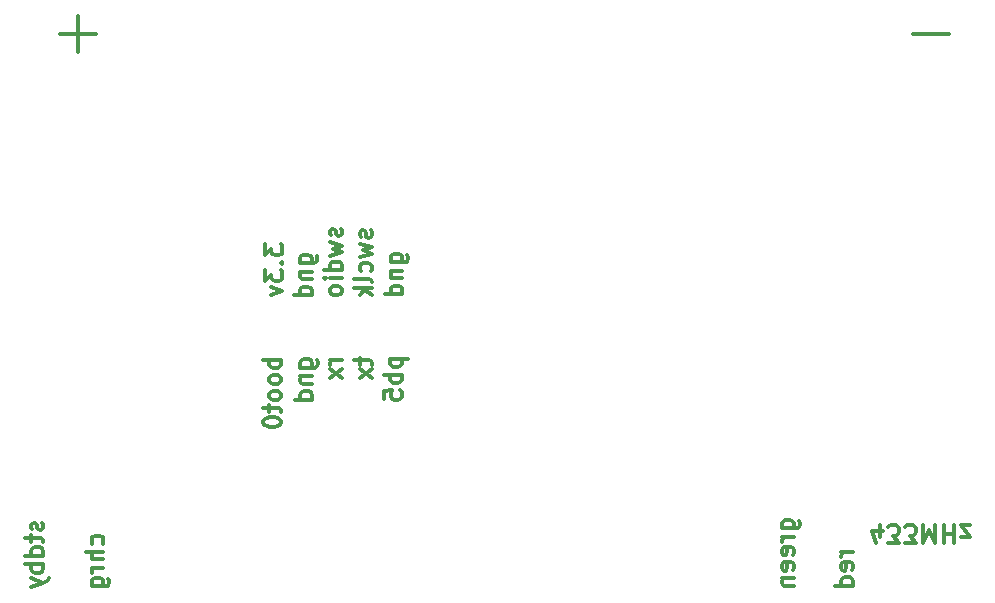
<source format=gbr>
G04 #@! TF.GenerationSoftware,KiCad,Pcbnew,5.1.8-db9833491~87~ubuntu20.04.1*
G04 #@! TF.CreationDate,2020-11-19T12:33:46+01:00*
G04 #@! TF.ProjectId,lucy,6c756379-2e6b-4696-9361-645f70636258,v1.0*
G04 #@! TF.SameCoordinates,Original*
G04 #@! TF.FileFunction,Legend,Bot*
G04 #@! TF.FilePolarity,Positive*
%FSLAX46Y46*%
G04 Gerber Fmt 4.6, Leading zero omitted, Abs format (unit mm)*
G04 Created by KiCad (PCBNEW 5.1.8-db9833491~87~ubuntu20.04.1) date 2020-11-19 12:33:46*
%MOMM*%
%LPD*%
G01*
G04 APERTURE LIST*
%ADD10C,0.300000*%
G04 APERTURE END LIST*
D10*
X140238571Y-94604285D02*
X141452857Y-94604285D01*
X141595714Y-94532857D01*
X141667142Y-94461428D01*
X141738571Y-94318571D01*
X141738571Y-94104285D01*
X141667142Y-93961428D01*
X141167142Y-94604285D02*
X141238571Y-94461428D01*
X141238571Y-94175714D01*
X141167142Y-94032857D01*
X141095714Y-93961428D01*
X140952857Y-93890000D01*
X140524285Y-93890000D01*
X140381428Y-93961428D01*
X140310000Y-94032857D01*
X140238571Y-94175714D01*
X140238571Y-94461428D01*
X140310000Y-94604285D01*
X140238571Y-95318571D02*
X141238571Y-95318571D01*
X140381428Y-95318571D02*
X140310000Y-95390000D01*
X140238571Y-95532857D01*
X140238571Y-95747142D01*
X140310000Y-95890000D01*
X140452857Y-95961428D01*
X141238571Y-95961428D01*
X141238571Y-97318571D02*
X139738571Y-97318571D01*
X141167142Y-97318571D02*
X141238571Y-97175714D01*
X141238571Y-96890000D01*
X141167142Y-96747142D01*
X141095714Y-96675714D01*
X140952857Y-96604285D01*
X140524285Y-96604285D01*
X140381428Y-96675714D01*
X140310000Y-96747142D01*
X140238571Y-96890000D01*
X140238571Y-97175714D01*
X140310000Y-97318571D01*
X140178571Y-102745714D02*
X141678571Y-102745714D01*
X140250000Y-102745714D02*
X140178571Y-102888571D01*
X140178571Y-103174285D01*
X140250000Y-103317142D01*
X140321428Y-103388571D01*
X140464285Y-103460000D01*
X140892857Y-103460000D01*
X141035714Y-103388571D01*
X141107142Y-103317142D01*
X141178571Y-103174285D01*
X141178571Y-102888571D01*
X141107142Y-102745714D01*
X141178571Y-104102857D02*
X139678571Y-104102857D01*
X140250000Y-104102857D02*
X140178571Y-104245714D01*
X140178571Y-104531428D01*
X140250000Y-104674285D01*
X140321428Y-104745714D01*
X140464285Y-104817142D01*
X140892857Y-104817142D01*
X141035714Y-104745714D01*
X141107142Y-104674285D01*
X141178571Y-104531428D01*
X141178571Y-104245714D01*
X141107142Y-104102857D01*
X139678571Y-106174285D02*
X139678571Y-105460000D01*
X140392857Y-105388571D01*
X140321428Y-105460000D01*
X140250000Y-105602857D01*
X140250000Y-105960000D01*
X140321428Y-106102857D01*
X140392857Y-106174285D01*
X140535714Y-106245714D01*
X140892857Y-106245714D01*
X141035714Y-106174285D01*
X141107142Y-106102857D01*
X141178571Y-105960000D01*
X141178571Y-105602857D01*
X141107142Y-105460000D01*
X141035714Y-105388571D01*
X181717142Y-117821428D02*
X181717142Y-116821428D01*
X181360000Y-118392857D02*
X181002857Y-117321428D01*
X181931428Y-117321428D01*
X182360000Y-118321428D02*
X183288571Y-118321428D01*
X182788571Y-117750000D01*
X183002857Y-117750000D01*
X183145714Y-117678571D01*
X183217142Y-117607142D01*
X183288571Y-117464285D01*
X183288571Y-117107142D01*
X183217142Y-116964285D01*
X183145714Y-116892857D01*
X183002857Y-116821428D01*
X182574285Y-116821428D01*
X182431428Y-116892857D01*
X182360000Y-116964285D01*
X183788571Y-118321428D02*
X184717142Y-118321428D01*
X184217142Y-117750000D01*
X184431428Y-117750000D01*
X184574285Y-117678571D01*
X184645714Y-117607142D01*
X184717142Y-117464285D01*
X184717142Y-117107142D01*
X184645714Y-116964285D01*
X184574285Y-116892857D01*
X184431428Y-116821428D01*
X184002857Y-116821428D01*
X183860000Y-116892857D01*
X183788571Y-116964285D01*
X185360000Y-116821428D02*
X185360000Y-118321428D01*
X185860000Y-117250000D01*
X186360000Y-118321428D01*
X186360000Y-116821428D01*
X187074285Y-116821428D02*
X187074285Y-118321428D01*
X187074285Y-117607142D02*
X187931428Y-117607142D01*
X187931428Y-116821428D02*
X187931428Y-118321428D01*
X188502857Y-117821428D02*
X189288571Y-117821428D01*
X188502857Y-116821428D01*
X189288571Y-116821428D01*
X179393571Y-119136428D02*
X178393571Y-119136428D01*
X178679285Y-119136428D02*
X178536428Y-119207857D01*
X178465000Y-119279285D01*
X178393571Y-119422142D01*
X178393571Y-119565000D01*
X179322142Y-120636428D02*
X179393571Y-120493571D01*
X179393571Y-120207857D01*
X179322142Y-120065000D01*
X179179285Y-119993571D01*
X178607857Y-119993571D01*
X178465000Y-120065000D01*
X178393571Y-120207857D01*
X178393571Y-120493571D01*
X178465000Y-120636428D01*
X178607857Y-120707857D01*
X178750714Y-120707857D01*
X178893571Y-119993571D01*
X179393571Y-121993571D02*
X177893571Y-121993571D01*
X179322142Y-121993571D02*
X179393571Y-121850714D01*
X179393571Y-121565000D01*
X179322142Y-121422142D01*
X179250714Y-121350714D01*
X179107857Y-121279285D01*
X178679285Y-121279285D01*
X178536428Y-121350714D01*
X178465000Y-121422142D01*
X178393571Y-121565000D01*
X178393571Y-121850714D01*
X178465000Y-121993571D01*
X173368571Y-117132857D02*
X174582857Y-117132857D01*
X174725714Y-117061428D01*
X174797142Y-116990000D01*
X174868571Y-116847142D01*
X174868571Y-116632857D01*
X174797142Y-116490000D01*
X174297142Y-117132857D02*
X174368571Y-116990000D01*
X174368571Y-116704285D01*
X174297142Y-116561428D01*
X174225714Y-116490000D01*
X174082857Y-116418571D01*
X173654285Y-116418571D01*
X173511428Y-116490000D01*
X173440000Y-116561428D01*
X173368571Y-116704285D01*
X173368571Y-116990000D01*
X173440000Y-117132857D01*
X174368571Y-117847142D02*
X173368571Y-117847142D01*
X173654285Y-117847142D02*
X173511428Y-117918571D01*
X173440000Y-117990000D01*
X173368571Y-118132857D01*
X173368571Y-118275714D01*
X174297142Y-119347142D02*
X174368571Y-119204285D01*
X174368571Y-118918571D01*
X174297142Y-118775714D01*
X174154285Y-118704285D01*
X173582857Y-118704285D01*
X173440000Y-118775714D01*
X173368571Y-118918571D01*
X173368571Y-119204285D01*
X173440000Y-119347142D01*
X173582857Y-119418571D01*
X173725714Y-119418571D01*
X173868571Y-118704285D01*
X174297142Y-120632857D02*
X174368571Y-120490000D01*
X174368571Y-120204285D01*
X174297142Y-120061428D01*
X174154285Y-119990000D01*
X173582857Y-119990000D01*
X173440000Y-120061428D01*
X173368571Y-120204285D01*
X173368571Y-120490000D01*
X173440000Y-120632857D01*
X173582857Y-120704285D01*
X173725714Y-120704285D01*
X173868571Y-119990000D01*
X173368571Y-121347142D02*
X174368571Y-121347142D01*
X173511428Y-121347142D02*
X173440000Y-121418571D01*
X173368571Y-121561428D01*
X173368571Y-121775714D01*
X173440000Y-121918571D01*
X173582857Y-121990000D01*
X174368571Y-121990000D01*
X115857142Y-118460714D02*
X115928571Y-118317857D01*
X115928571Y-118032142D01*
X115857142Y-117889285D01*
X115785714Y-117817857D01*
X115642857Y-117746428D01*
X115214285Y-117746428D01*
X115071428Y-117817857D01*
X115000000Y-117889285D01*
X114928571Y-118032142D01*
X114928571Y-118317857D01*
X115000000Y-118460714D01*
X115928571Y-119103571D02*
X114428571Y-119103571D01*
X115928571Y-119746428D02*
X115142857Y-119746428D01*
X115000000Y-119675000D01*
X114928571Y-119532142D01*
X114928571Y-119317857D01*
X115000000Y-119175000D01*
X115071428Y-119103571D01*
X115928571Y-120460714D02*
X114928571Y-120460714D01*
X115214285Y-120460714D02*
X115071428Y-120532142D01*
X115000000Y-120603571D01*
X114928571Y-120746428D01*
X114928571Y-120889285D01*
X114928571Y-122032142D02*
X116142857Y-122032142D01*
X116285714Y-121960714D01*
X116357142Y-121889285D01*
X116428571Y-121746428D01*
X116428571Y-121532142D01*
X116357142Y-121389285D01*
X115857142Y-122032142D02*
X115928571Y-121889285D01*
X115928571Y-121603571D01*
X115857142Y-121460714D01*
X115785714Y-121389285D01*
X115642857Y-121317857D01*
X115214285Y-121317857D01*
X115071428Y-121389285D01*
X115000000Y-121460714D01*
X114928571Y-121603571D01*
X114928571Y-121889285D01*
X115000000Y-122032142D01*
X110757142Y-116646428D02*
X110828571Y-116789285D01*
X110828571Y-117075000D01*
X110757142Y-117217857D01*
X110614285Y-117289285D01*
X110542857Y-117289285D01*
X110400000Y-117217857D01*
X110328571Y-117075000D01*
X110328571Y-116860714D01*
X110257142Y-116717857D01*
X110114285Y-116646428D01*
X110042857Y-116646428D01*
X109900000Y-116717857D01*
X109828571Y-116860714D01*
X109828571Y-117075000D01*
X109900000Y-117217857D01*
X109828571Y-117717857D02*
X109828571Y-118289285D01*
X109328571Y-117932142D02*
X110614285Y-117932142D01*
X110757142Y-118003571D01*
X110828571Y-118146428D01*
X110828571Y-118289285D01*
X110828571Y-119432142D02*
X109328571Y-119432142D01*
X110757142Y-119432142D02*
X110828571Y-119289285D01*
X110828571Y-119003571D01*
X110757142Y-118860714D01*
X110685714Y-118789285D01*
X110542857Y-118717857D01*
X110114285Y-118717857D01*
X109971428Y-118789285D01*
X109900000Y-118860714D01*
X109828571Y-119003571D01*
X109828571Y-119289285D01*
X109900000Y-119432142D01*
X110828571Y-120146428D02*
X109328571Y-120146428D01*
X109900000Y-120146428D02*
X109828571Y-120289285D01*
X109828571Y-120575000D01*
X109900000Y-120717857D01*
X109971428Y-120789285D01*
X110114285Y-120860714D01*
X110542857Y-120860714D01*
X110685714Y-120789285D01*
X110757142Y-120717857D01*
X110828571Y-120575000D01*
X110828571Y-120289285D01*
X110757142Y-120146428D01*
X109828571Y-121360714D02*
X110828571Y-121717857D01*
X109828571Y-122075000D02*
X110828571Y-121717857D01*
X111185714Y-121575000D01*
X111257142Y-121503571D01*
X111328571Y-121360714D01*
X136128571Y-102825714D02*
X135128571Y-102825714D01*
X135414285Y-102825714D02*
X135271428Y-102897142D01*
X135200000Y-102968571D01*
X135128571Y-103111428D01*
X135128571Y-103254285D01*
X136128571Y-103611428D02*
X135128571Y-104397142D01*
X135128571Y-103611428D02*
X136128571Y-104397142D01*
X137648571Y-102687142D02*
X137648571Y-103258571D01*
X137148571Y-102901428D02*
X138434285Y-102901428D01*
X138577142Y-102972857D01*
X138648571Y-103115714D01*
X138648571Y-103258571D01*
X138648571Y-103615714D02*
X137648571Y-104401428D01*
X137648571Y-103615714D02*
X138648571Y-104401428D01*
X132608571Y-103524285D02*
X133822857Y-103524285D01*
X133965714Y-103452857D01*
X134037142Y-103381428D01*
X134108571Y-103238571D01*
X134108571Y-103024285D01*
X134037142Y-102881428D01*
X133537142Y-103524285D02*
X133608571Y-103381428D01*
X133608571Y-103095714D01*
X133537142Y-102952857D01*
X133465714Y-102881428D01*
X133322857Y-102810000D01*
X132894285Y-102810000D01*
X132751428Y-102881428D01*
X132680000Y-102952857D01*
X132608571Y-103095714D01*
X132608571Y-103381428D01*
X132680000Y-103524285D01*
X132608571Y-104238571D02*
X133608571Y-104238571D01*
X132751428Y-104238571D02*
X132680000Y-104310000D01*
X132608571Y-104452857D01*
X132608571Y-104667142D01*
X132680000Y-104810000D01*
X132822857Y-104881428D01*
X133608571Y-104881428D01*
X133608571Y-106238571D02*
X132108571Y-106238571D01*
X133537142Y-106238571D02*
X133608571Y-106095714D01*
X133608571Y-105810000D01*
X133537142Y-105667142D01*
X133465714Y-105595714D01*
X133322857Y-105524285D01*
X132894285Y-105524285D01*
X132751428Y-105595714D01*
X132680000Y-105667142D01*
X132608571Y-105810000D01*
X132608571Y-106095714D01*
X132680000Y-106238571D01*
X130978571Y-102838571D02*
X129478571Y-102838571D01*
X130050000Y-102838571D02*
X129978571Y-102981428D01*
X129978571Y-103267142D01*
X130050000Y-103410000D01*
X130121428Y-103481428D01*
X130264285Y-103552857D01*
X130692857Y-103552857D01*
X130835714Y-103481428D01*
X130907142Y-103410000D01*
X130978571Y-103267142D01*
X130978571Y-102981428D01*
X130907142Y-102838571D01*
X130978571Y-104410000D02*
X130907142Y-104267142D01*
X130835714Y-104195714D01*
X130692857Y-104124285D01*
X130264285Y-104124285D01*
X130121428Y-104195714D01*
X130050000Y-104267142D01*
X129978571Y-104410000D01*
X129978571Y-104624285D01*
X130050000Y-104767142D01*
X130121428Y-104838571D01*
X130264285Y-104910000D01*
X130692857Y-104910000D01*
X130835714Y-104838571D01*
X130907142Y-104767142D01*
X130978571Y-104624285D01*
X130978571Y-104410000D01*
X130978571Y-105767142D02*
X130907142Y-105624285D01*
X130835714Y-105552857D01*
X130692857Y-105481428D01*
X130264285Y-105481428D01*
X130121428Y-105552857D01*
X130050000Y-105624285D01*
X129978571Y-105767142D01*
X129978571Y-105981428D01*
X130050000Y-106124285D01*
X130121428Y-106195714D01*
X130264285Y-106267142D01*
X130692857Y-106267142D01*
X130835714Y-106195714D01*
X130907142Y-106124285D01*
X130978571Y-105981428D01*
X130978571Y-105767142D01*
X129978571Y-106695714D02*
X129978571Y-107267142D01*
X129478571Y-106910000D02*
X130764285Y-106910000D01*
X130907142Y-106981428D01*
X130978571Y-107124285D01*
X130978571Y-107267142D01*
X129478571Y-108052857D02*
X129478571Y-108195714D01*
X129550000Y-108338571D01*
X129621428Y-108410000D01*
X129764285Y-108481428D01*
X130050000Y-108552857D01*
X130407142Y-108552857D01*
X130692857Y-108481428D01*
X130835714Y-108410000D01*
X130907142Y-108338571D01*
X130978571Y-108195714D01*
X130978571Y-108052857D01*
X130907142Y-107910000D01*
X130835714Y-107838571D01*
X130692857Y-107767142D01*
X130407142Y-107695714D01*
X130050000Y-107695714D01*
X129764285Y-107767142D01*
X129621428Y-107838571D01*
X129550000Y-107910000D01*
X129478571Y-108052857D01*
X129578571Y-93077142D02*
X129578571Y-94005714D01*
X130150000Y-93505714D01*
X130150000Y-93720000D01*
X130221428Y-93862857D01*
X130292857Y-93934285D01*
X130435714Y-94005714D01*
X130792857Y-94005714D01*
X130935714Y-93934285D01*
X131007142Y-93862857D01*
X131078571Y-93720000D01*
X131078571Y-93291428D01*
X131007142Y-93148571D01*
X130935714Y-93077142D01*
X130935714Y-94648571D02*
X131007142Y-94720000D01*
X131078571Y-94648571D01*
X131007142Y-94577142D01*
X130935714Y-94648571D01*
X131078571Y-94648571D01*
X129578571Y-95220000D02*
X129578571Y-96148571D01*
X130150000Y-95648571D01*
X130150000Y-95862857D01*
X130221428Y-96005714D01*
X130292857Y-96077142D01*
X130435714Y-96148571D01*
X130792857Y-96148571D01*
X130935714Y-96077142D01*
X131007142Y-96005714D01*
X131078571Y-95862857D01*
X131078571Y-95434285D01*
X131007142Y-95291428D01*
X130935714Y-95220000D01*
X130078571Y-96648571D02*
X131078571Y-97005714D01*
X130078571Y-97362857D01*
X132548571Y-94664285D02*
X133762857Y-94664285D01*
X133905714Y-94592857D01*
X133977142Y-94521428D01*
X134048571Y-94378571D01*
X134048571Y-94164285D01*
X133977142Y-94021428D01*
X133477142Y-94664285D02*
X133548571Y-94521428D01*
X133548571Y-94235714D01*
X133477142Y-94092857D01*
X133405714Y-94021428D01*
X133262857Y-93950000D01*
X132834285Y-93950000D01*
X132691428Y-94021428D01*
X132620000Y-94092857D01*
X132548571Y-94235714D01*
X132548571Y-94521428D01*
X132620000Y-94664285D01*
X132548571Y-95378571D02*
X133548571Y-95378571D01*
X132691428Y-95378571D02*
X132620000Y-95450000D01*
X132548571Y-95592857D01*
X132548571Y-95807142D01*
X132620000Y-95950000D01*
X132762857Y-96021428D01*
X133548571Y-96021428D01*
X133548571Y-97378571D02*
X132048571Y-97378571D01*
X133477142Y-97378571D02*
X133548571Y-97235714D01*
X133548571Y-96950000D01*
X133477142Y-96807142D01*
X133405714Y-96735714D01*
X133262857Y-96664285D01*
X132834285Y-96664285D01*
X132691428Y-96735714D01*
X132620000Y-96807142D01*
X132548571Y-96950000D01*
X132548571Y-97235714D01*
X132620000Y-97378571D01*
X136037142Y-91748571D02*
X136108571Y-91891428D01*
X136108571Y-92177142D01*
X136037142Y-92320000D01*
X135894285Y-92391428D01*
X135822857Y-92391428D01*
X135680000Y-92320000D01*
X135608571Y-92177142D01*
X135608571Y-91962857D01*
X135537142Y-91820000D01*
X135394285Y-91748571D01*
X135322857Y-91748571D01*
X135180000Y-91820000D01*
X135108571Y-91962857D01*
X135108571Y-92177142D01*
X135180000Y-92320000D01*
X135108571Y-92891428D02*
X136108571Y-93177142D01*
X135394285Y-93462857D01*
X136108571Y-93748571D01*
X135108571Y-94034285D01*
X136108571Y-95248571D02*
X134608571Y-95248571D01*
X136037142Y-95248571D02*
X136108571Y-95105714D01*
X136108571Y-94820000D01*
X136037142Y-94677142D01*
X135965714Y-94605714D01*
X135822857Y-94534285D01*
X135394285Y-94534285D01*
X135251428Y-94605714D01*
X135180000Y-94677142D01*
X135108571Y-94820000D01*
X135108571Y-95105714D01*
X135180000Y-95248571D01*
X136108571Y-95962857D02*
X135108571Y-95962857D01*
X134608571Y-95962857D02*
X134680000Y-95891428D01*
X134751428Y-95962857D01*
X134680000Y-96034285D01*
X134608571Y-95962857D01*
X134751428Y-95962857D01*
X136108571Y-96891428D02*
X136037142Y-96748571D01*
X135965714Y-96677142D01*
X135822857Y-96605714D01*
X135394285Y-96605714D01*
X135251428Y-96677142D01*
X135180000Y-96748571D01*
X135108571Y-96891428D01*
X135108571Y-97105714D01*
X135180000Y-97248571D01*
X135251428Y-97320000D01*
X135394285Y-97391428D01*
X135822857Y-97391428D01*
X135965714Y-97320000D01*
X136037142Y-97248571D01*
X136108571Y-97105714D01*
X136108571Y-96891428D01*
X138557142Y-91870000D02*
X138628571Y-92012857D01*
X138628571Y-92298571D01*
X138557142Y-92441428D01*
X138414285Y-92512857D01*
X138342857Y-92512857D01*
X138200000Y-92441428D01*
X138128571Y-92298571D01*
X138128571Y-92084285D01*
X138057142Y-91941428D01*
X137914285Y-91870000D01*
X137842857Y-91870000D01*
X137700000Y-91941428D01*
X137628571Y-92084285D01*
X137628571Y-92298571D01*
X137700000Y-92441428D01*
X137628571Y-93012857D02*
X138628571Y-93298571D01*
X137914285Y-93584285D01*
X138628571Y-93870000D01*
X137628571Y-94155714D01*
X138557142Y-95370000D02*
X138628571Y-95227142D01*
X138628571Y-94941428D01*
X138557142Y-94798571D01*
X138485714Y-94727142D01*
X138342857Y-94655714D01*
X137914285Y-94655714D01*
X137771428Y-94727142D01*
X137700000Y-94798571D01*
X137628571Y-94941428D01*
X137628571Y-95227142D01*
X137700000Y-95370000D01*
X138628571Y-96227142D02*
X138557142Y-96084285D01*
X138414285Y-96012857D01*
X137128571Y-96012857D01*
X138628571Y-96798571D02*
X137128571Y-96798571D01*
X138057142Y-96941428D02*
X138628571Y-97370000D01*
X137628571Y-97370000D02*
X138200000Y-96798571D01*
X115273809Y-75285714D02*
X112226190Y-75285714D01*
X113750000Y-76809523D02*
X113750000Y-73761904D01*
X187523809Y-75285714D02*
X184476190Y-75285714D01*
M02*

</source>
